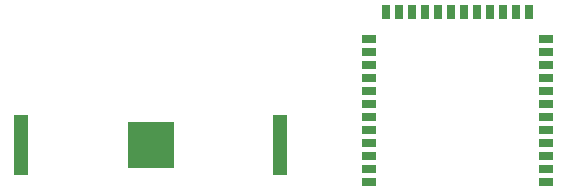
<source format=gbr>
%TF.GenerationSoftware,KiCad,Pcbnew,(6.0.4-0)*%
%TF.CreationDate,2022-05-01T22:17:05+02:00*%
%TF.ProjectId,kicad,6b696361-642e-46b6-9963-61645f706362,v 0.1*%
%TF.SameCoordinates,Original*%
%TF.FileFunction,Paste,Bot*%
%TF.FilePolarity,Positive*%
%FSLAX46Y46*%
G04 Gerber Fmt 4.6, Leading zero omitted, Abs format (unit mm)*
G04 Created by KiCad (PCBNEW (6.0.4-0)) date 2022-05-01 22:17:05*
%MOMM*%
%LPD*%
G01*
G04 APERTURE LIST*
%ADD10R,1.198880X0.698500*%
%ADD11R,0.698500X1.198880*%
%ADD12R,1.270000X5.080000*%
%ADD13R,3.960000X3.960000*%
G04 APERTURE END LIST*
D10*
%TO.C,YJT2*%
X142483840Y-124698740D03*
X142483840Y-123598920D03*
X142483840Y-122499100D03*
X142483840Y-121399280D03*
X142483840Y-120299460D03*
X142483840Y-119199640D03*
X142483840Y-118099820D03*
X142483840Y-117000000D03*
X142483840Y-115900180D03*
X142483840Y-114800360D03*
X142483840Y-113700540D03*
X142483840Y-112600720D03*
D11*
X143934180Y-110251220D03*
X145034000Y-110251220D03*
X146133820Y-110251220D03*
X147233640Y-110251220D03*
X148333460Y-110251220D03*
X149433280Y-110251220D03*
X150530560Y-110251220D03*
X151630380Y-110251220D03*
X152730200Y-110251220D03*
X153830020Y-110251220D03*
X154929840Y-110251220D03*
X156029660Y-110251220D03*
D10*
X157480000Y-112600720D03*
X157480000Y-113700540D03*
X157480000Y-114800360D03*
X157480000Y-115900180D03*
X157480000Y-117000000D03*
X157480000Y-118099820D03*
X157480000Y-119199640D03*
X157480000Y-120299460D03*
X157480000Y-121399280D03*
X157480000Y-122499100D03*
X157480000Y-123598920D03*
X157480000Y-124698740D03*
%TD*%
D12*
%TO.C,BT2*%
X134985000Y-121500000D03*
X113015000Y-121500000D03*
D13*
X124000000Y-121500000D03*
%TD*%
M02*

</source>
